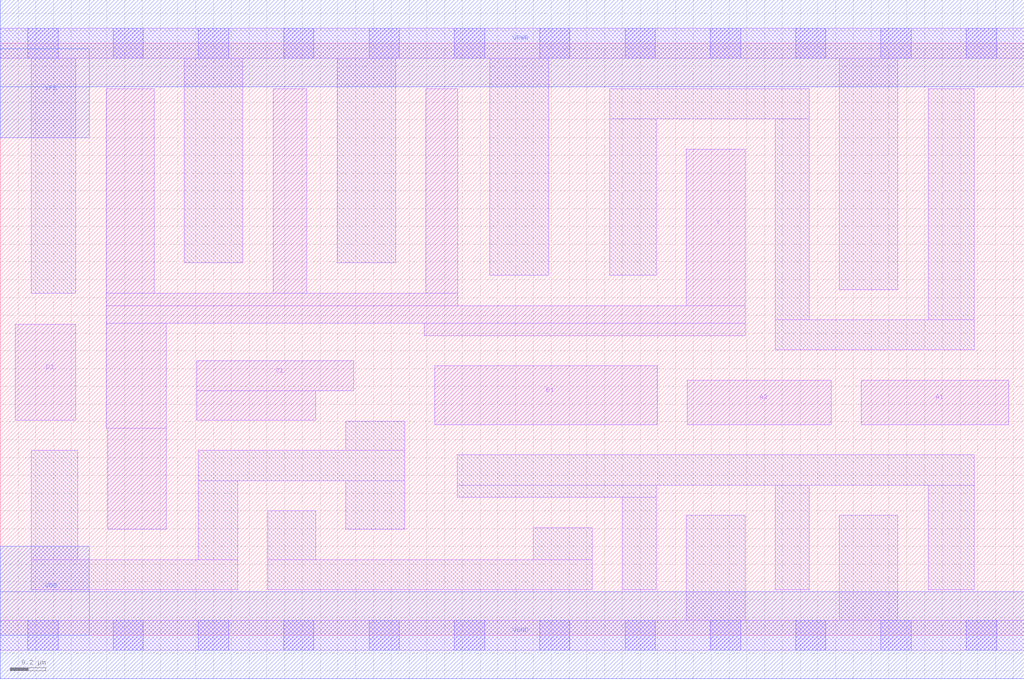
<source format=lef>
# Copyright 2020 The SkyWater PDK Authors
#
# Licensed under the Apache License, Version 2.0 (the "License");
# you may not use this file except in compliance with the License.
# You may obtain a copy of the License at
#
#     https://www.apache.org/licenses/LICENSE-2.0
#
# Unless required by applicable law or agreed to in writing, software
# distributed under the License is distributed on an "AS IS" BASIS,
# WITHOUT WARRANTIES OR CONDITIONS OF ANY KIND, either express or implied.
# See the License for the specific language governing permissions and
# limitations under the License.
#
# SPDX-License-Identifier: Apache-2.0

VERSION 5.5 ;
NAMESCASESENSITIVE ON ;
BUSBITCHARS "[]" ;
DIVIDERCHAR "/" ;
MACRO sky130_fd_sc_lp__o2111ai_2
  CLASS CORE ;
  SOURCE USER ;
  ORIGIN  0.000000  0.000000 ;
  SIZE  5.760000 BY  3.330000 ;
  SYMMETRY X Y R90 ;
  SITE unit ;
  PIN A1
    ANTENNAGATEAREA  0.630000 ;
    DIRECTION INPUT ;
    USE SIGNAL ;
    PORT
      LAYER li1 ;
        RECT 4.845000 1.185000 5.675000 1.435000 ;
    END
  END A1
  PIN A2
    ANTENNAGATEAREA  0.630000 ;
    DIRECTION INPUT ;
    USE SIGNAL ;
    PORT
      LAYER li1 ;
        RECT 3.865000 1.185000 4.675000 1.435000 ;
    END
  END A2
  PIN B1
    ANTENNAGATEAREA  0.630000 ;
    DIRECTION INPUT ;
    USE SIGNAL ;
    PORT
      LAYER li1 ;
        RECT 2.445000 1.185000 3.695000 1.515000 ;
    END
  END B1
  PIN C1
    ANTENNAGATEAREA  0.630000 ;
    DIRECTION INPUT ;
    USE SIGNAL ;
    PORT
      LAYER li1 ;
        RECT 1.105000 1.210000 1.775000 1.375000 ;
        RECT 1.105000 1.375000 1.990000 1.545000 ;
    END
  END C1
  PIN D1
    ANTENNAGATEAREA  0.630000 ;
    DIRECTION INPUT ;
    USE SIGNAL ;
    PORT
      LAYER li1 ;
        RECT 0.085000 1.210000 0.425000 1.750000 ;
    END
  END D1
  PIN Y
    ANTENNADIFFAREA  1.646400 ;
    DIRECTION OUTPUT ;
    USE SIGNAL ;
    PORT
      LAYER li1 ;
        RECT 0.595000 1.165000 0.935000 1.755000 ;
        RECT 0.595000 1.755000 4.190000 1.855000 ;
        RECT 0.595000 1.855000 2.575000 1.925000 ;
        RECT 0.595000 1.925000 0.865000 3.075000 ;
        RECT 0.605000 0.595000 0.935000 1.165000 ;
        RECT 1.535000 1.925000 1.725000 3.075000 ;
        RECT 2.385000 1.685000 4.190000 1.755000 ;
        RECT 2.395000 1.925000 2.575000 3.075000 ;
        RECT 3.860000 1.855000 4.190000 2.735000 ;
    END
  END Y
  PIN VGND
    DIRECTION INOUT ;
    USE GROUND ;
    PORT
      LAYER met1 ;
        RECT 0.000000 -0.245000 5.760000 0.245000 ;
    END
  END VGND
  PIN VNB
    DIRECTION INOUT ;
    USE GROUND ;
    PORT
    END
  END VNB
  PIN VPB
    DIRECTION INOUT ;
    USE POWER ;
    PORT
    END
  END VPB
  PIN VNB
    DIRECTION INOUT ;
    USE GROUND ;
    PORT
      LAYER met1 ;
        RECT 0.000000 0.000000 0.500000 0.500000 ;
    END
  END VNB
  PIN VPB
    DIRECTION INOUT ;
    USE POWER ;
    PORT
      LAYER met1 ;
        RECT 0.000000 2.800000 0.500000 3.300000 ;
    END
  END VPB
  PIN VPWR
    DIRECTION INOUT ;
    USE POWER ;
    PORT
      LAYER met1 ;
        RECT 0.000000 3.085000 5.760000 3.575000 ;
    END
  END VPWR
  OBS
    LAYER li1 ;
      RECT 0.000000 -0.085000 5.760000 0.085000 ;
      RECT 0.000000  3.245000 5.760000 3.415000 ;
      RECT 0.175000  0.255000 1.335000 0.425000 ;
      RECT 0.175000  0.425000 0.435000 1.040000 ;
      RECT 0.175000  1.925000 0.425000 3.245000 ;
      RECT 1.035000  2.095000 1.365000 3.245000 ;
      RECT 1.115000  0.425000 1.335000 0.870000 ;
      RECT 1.115000  0.870000 2.275000 1.040000 ;
      RECT 1.505000  0.255000 3.330000 0.425000 ;
      RECT 1.505000  0.425000 1.775000 0.700000 ;
      RECT 1.895000  2.095000 2.225000 3.245000 ;
      RECT 1.945000  0.595000 2.275000 0.870000 ;
      RECT 1.945000  1.040000 2.275000 1.205000 ;
      RECT 2.570000  0.775000 3.690000 0.845000 ;
      RECT 2.570000  0.845000 5.480000 1.015000 ;
      RECT 2.755000  2.025000 3.085000 3.245000 ;
      RECT 3.000000  0.425000 3.330000 0.605000 ;
      RECT 3.430000  2.025000 3.690000 2.905000 ;
      RECT 3.430000  2.905000 4.550000 3.075000 ;
      RECT 3.500000  0.255000 3.690000 0.775000 ;
      RECT 3.860000  0.085000 4.190000 0.675000 ;
      RECT 4.360000  0.255000 4.550000 0.845000 ;
      RECT 4.360000  1.605000 5.480000 1.775000 ;
      RECT 4.360000  1.775000 4.550000 2.905000 ;
      RECT 4.720000  0.085000 5.050000 0.675000 ;
      RECT 4.720000  1.945000 5.050000 3.245000 ;
      RECT 5.220000  0.255000 5.480000 0.845000 ;
      RECT 5.220000  1.775000 5.480000 3.075000 ;
    LAYER mcon ;
      RECT 0.155000 -0.085000 0.325000 0.085000 ;
      RECT 0.155000  3.245000 0.325000 3.415000 ;
      RECT 0.635000 -0.085000 0.805000 0.085000 ;
      RECT 0.635000  3.245000 0.805000 3.415000 ;
      RECT 1.115000 -0.085000 1.285000 0.085000 ;
      RECT 1.115000  3.245000 1.285000 3.415000 ;
      RECT 1.595000 -0.085000 1.765000 0.085000 ;
      RECT 1.595000  3.245000 1.765000 3.415000 ;
      RECT 2.075000 -0.085000 2.245000 0.085000 ;
      RECT 2.075000  3.245000 2.245000 3.415000 ;
      RECT 2.555000 -0.085000 2.725000 0.085000 ;
      RECT 2.555000  3.245000 2.725000 3.415000 ;
      RECT 3.035000 -0.085000 3.205000 0.085000 ;
      RECT 3.035000  3.245000 3.205000 3.415000 ;
      RECT 3.515000 -0.085000 3.685000 0.085000 ;
      RECT 3.515000  3.245000 3.685000 3.415000 ;
      RECT 3.995000 -0.085000 4.165000 0.085000 ;
      RECT 3.995000  3.245000 4.165000 3.415000 ;
      RECT 4.475000 -0.085000 4.645000 0.085000 ;
      RECT 4.475000  3.245000 4.645000 3.415000 ;
      RECT 4.955000 -0.085000 5.125000 0.085000 ;
      RECT 4.955000  3.245000 5.125000 3.415000 ;
      RECT 5.435000 -0.085000 5.605000 0.085000 ;
      RECT 5.435000  3.245000 5.605000 3.415000 ;
  END
END sky130_fd_sc_lp__o2111ai_2
END LIBRARY

</source>
